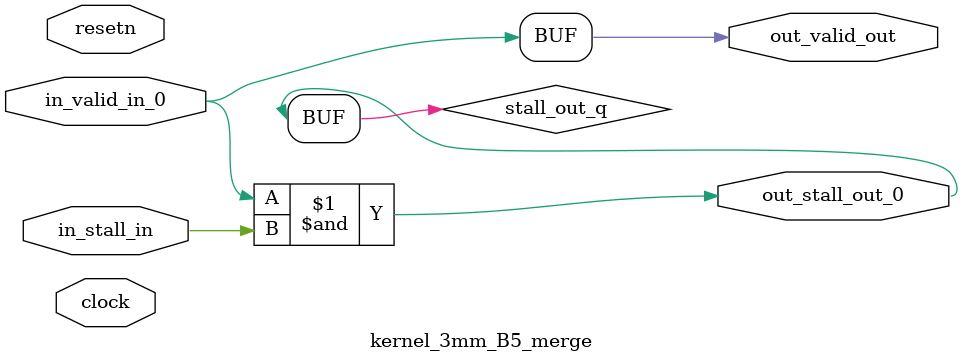
<source format=sv>



(* altera_attribute = "-name AUTO_SHIFT_REGISTER_RECOGNITION OFF; -name MESSAGE_DISABLE 10036; -name MESSAGE_DISABLE 10037; -name MESSAGE_DISABLE 14130; -name MESSAGE_DISABLE 14320; -name MESSAGE_DISABLE 15400; -name MESSAGE_DISABLE 14130; -name MESSAGE_DISABLE 10036; -name MESSAGE_DISABLE 12020; -name MESSAGE_DISABLE 12030; -name MESSAGE_DISABLE 12010; -name MESSAGE_DISABLE 12110; -name MESSAGE_DISABLE 14320; -name MESSAGE_DISABLE 13410; -name MESSAGE_DISABLE 113007; -name MESSAGE_DISABLE 10958" *)
module kernel_3mm_B5_merge (
    input wire [0:0] in_stall_in,
    input wire [0:0] in_valid_in_0,
    output wire [0:0] out_stall_out_0,
    output wire [0:0] out_valid_out,
    input wire clock,
    input wire resetn
    );

    wire [0:0] stall_out_q;


    // stall_out(LOGICAL,6)
    assign stall_out_q = in_valid_in_0 & in_stall_in;

    // out_stall_out_0(GPOUT,4)
    assign out_stall_out_0 = stall_out_q;

    // out_valid_out(GPOUT,5)
    assign out_valid_out = in_valid_in_0;

endmodule

</source>
